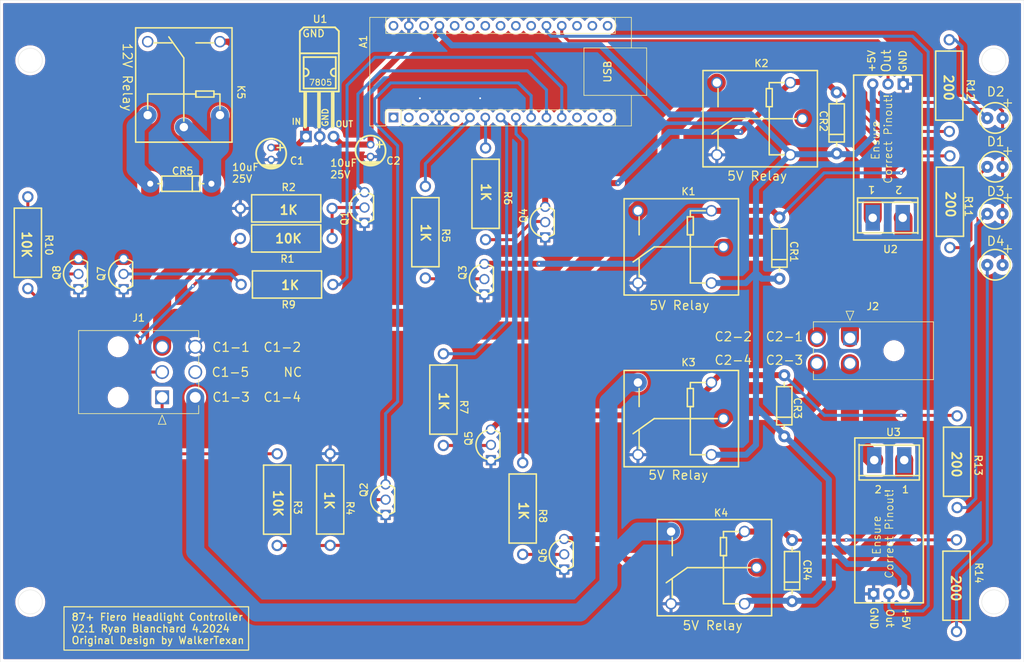
<source format=kicad_pcb>
(kicad_pcb (version 20240108) (generator "pcbnew") (generator_version "8.0")
  (title_block (title "Fiero Headlight Controller PCB") (date "2024-04-11") (rev "2.1") (comment 1 "https://www.hackster.io/walkertexan/fiero-headlight-controller-8eaa4c") (comment 2 "Based On The Original Schematic By WalkerTexan") (comment 3 "PCB Layout & Design by Ryan Blanchard"))
  (layers (0 "F.Cu" signal) (31 "B.Cu" signal) (34 "B.Paste" user) (35 "F.Paste" user) (36 "B.SilkS" user "B.Silkscreen") (37 "F.SilkS" user "F.Silkscreen") (38 "B.Mask" user) (39 "F.Mask" user) (44 "Edge.Cuts" user))
  (net 0 "")
  (net 3 "/DG3")
  (net 4 "/A1")
  (net 5 "/DG9")
  (net 7 "/DG4")
  (net 10 "/DG7")
  (net 15 "/DG8")
  (net 18 "/A0")
  (net 19 "/DG5")
  (net 21 "GND")
  (net 27 "/DG6")
  (net 29 "/+5V")
  (net 30 "/VI")
  (net 31 "Net-(Q3-C)")
  (net 32 "Net-(Q4-C)")
  (net 33 "Net-(Q5-C)")
  (net 34 "Net-(Q6-C)")
  (net 35 "/12V-1")
  (net 36 "Net-(Q7-C)")
  (net 37 "Net-(D1-A)")
  (net 38 "Net-(D2-A)")
  (net 39 "Net-(D3-A)")
  (net 40 "Net-(D4-A)")
  (net 41 "/Close Lamps")
  (net 42 "/Open Lamps")
  (net 43 "/12V-2")
  (net 44 "/C2-2")
  (net 45 "/C2-3")
  (net 46 "/C2-4")
  (net 47 "/C2-1")
  (net 48 "/U2 IN+")
  (net 49 "/U3 IN+")
  (net 51 "Net-(Q1-B)")
  (net 52 "Net-(Q2-B)")
  (net 53 "Net-(Q3-B)")
  (net 54 "Net-(Q4-B)")
  (net 55 "Net-(Q5-B)")
  (net 56 "Net-(Q6-B)")
  (net 57 "Net-(Q7-B)")
  (net 58 "Net-(Q8-B)")
  (footprint "Fiero:DIODE-1N4001" (layer "F.Cu") (at 154.4 91.2 -90)
    (property "Reference" "CR1")
    (property "Value" "1N4001" (hide yes))
  )
  (footprint "Fiero:4 Pin ATX" (layer "F.Cu") (at 172.102501 104.154002)
    (property "Reference" "J2")
    (property "Value" "Molex 4 Pin ATX")
  )
  (footprint "Fiero:Resistors" (layer "F.Cu") (at 98.6 116.38 -90)
    (property "Reference" "R7")
    (property "Value" "1K" (hide yes))
  )
  (footprint "Fiero:LED-5MM-5MM" (layer "F.Cu") (at 188.9051 91.46 180)
    (property "Reference" "D4")
    (property "Value" "LED" (hide yes))
  )
  (footprint "Fiero:DIODE-1N4001" (layer "F.Cu") (at 155.2 117.4 -90)
    (property "Reference" "CR3")
    (property "Value" "1N4001" (hide yes))
  )
  (footprint "Fiero:2N2222A" (layer "F.Cu") (at 85.5 84.46 90)
    (property "Reference" "Q1")
    (property "Value" "PN2222A" (hide yes))
  )
  (footprint "Fiero:JQC-3FF-S-Z" (layer "F.Cu") (at 151.0998 69.7)
    (property "Reference" "K2")
    (property "Value" "SRD-05VDC-SL-C" (hide yes))
  )
  (footprint "Fiero:Resistors" (layer "F.Cu") (at 79.8 132.98 90)
    (property "Reference" "R4")
    (property "Value" "1K" (hide yes))
  )
  (footprint "Fiero:Resistors" (layer "F.Cu") (at 95.60989 88.56 -90)
    (property "Reference" "R5")
    (property "Value" "1K" (hide yes))
  )
  (footprint "Fiero:L7805" (layer "F.Cu") (at 78.0635 72.6741)
    (property "Reference" "U1")
    (property "Value" "LM7805_TO220" (hide yes))
  )
  (footprint "Fiero:ACS712_A" (layer "F.Cu") (at 172.7 137.1 -90)
    (property "Reference" "U3")
    (property "Value" "CURRENT-SENSOR-ACS712#RH Door" (hide yes))
  )
  (footprint "Fiero:Resistors" (layer "F.Cu") (at 71 133 -90)
    (property "Reference" "R3")
    (property "Value" "10K" (hide yes))
  )
  (footprint "Fiero:Resistors" (layer "F.Cu") (at 183.9 126.7 90)
    (property "Reference" "R13")
    (property "Value" "200" (hide yes))
  )
  (footprint "Fiero:LED-5MM-5MM" (layer "F.Cu") (at 188.9051 82.96 180)
    (property "Reference" "D3")
    (property "Value" "LED" (hide yes))
  )
  (footprint "Fiero:6 Pin PCIe" (layer "F.Cu") (at 51.897499 116 -90)
    (property "Reference" "J1")
    (property "Value" "Molex 6 Pin PCIe" (hide yes))
  )
  (footprint "Fiero:LED-5MM-5MM" (layer "F.Cu") (at 188.9051 75.16 180)
    (property "Reference" "D1")
    (property "Value" "LED" (hide yes))
  )
  (footprint "Fiero:Resistors" (layer "F.Cu") (at 72.63 97.25)
    (property "Reference" "R9")
    (property "Value" "1K" (hide yes))
  )
  (footprint "Module:Arduino_Nano" (layer "F.Cu") (at 90.31 69.5 90)
    (property "Reference" "A1")
    (property "Value" "Arduino_Nano_v3.x")
  )
  (footprint "Fiero:CAP-TH_BD5.0-P2.00-D0.8-FD" (layer "F.Cu") (at 70 75.5 -90)
    (property "Reference" "C1")
    (property "Value" "10uF" (hide yes))
  )
  (footprint "Fiero:2N2222A" (layer "F.Cu") (at 105.4 96.36 90)
    (property "Reference" "Q3")
    (property "Value" "PN2222A" (hide yes))
  )
  (footprint "Fiero:CAP-TH_BD5.0-P2.00-D0.8-FD" (layer "F.Cu") (at 86.5 75 -90)
    (property "Reference" "C2")
    (property "Value" "10uF" (hide yes))
  )
  (footprint "Fiero:2N2222A" (layer "F.Cu") (at 115.5 86.88 90)
    (property "Reference" "Q4")
    (property "Value" "PN2222A" (hide yes))
  )
  (footprint "Fiero:Resistors" (layer "F.Cu") (at 182.7 83.5 90)
    (property "Reference" "R11")
    (property "Value" "200" (hide yes))
  )
  (footprint "Fiero:Resistors" (layer "F.Cu") (at 111.764945 134.48 -90)
    (property "Reference" "R8")
    (property "Value" "1K" (hide yes))
  )
  (footprint "Fiero:JQC-3FF-S-Z" (layer "F.Cu") (at 138 91)
    (property "Reference" "K1")
    (property "Value" "SRD-05VDC-SL-C" (hide yes))
  )
  (footprint "Fiero:2N2222A" (layer "F.Cu") (at 45.5 95.5 90)
    (property "Reference" "Q7")
    (property "Value" "PN2222A" (hide yes))
  )
  (footprint "Fiero:JQC-3FF-S-Z" (layer "F.Cu") (at 138 119.535)
    (property "Reference" "K3")
    (property "Value" "SRD-05VDC-SL-C" (hide yes))
  )
  (footprint "Fiero:2N2222A" (layer "F.Cu") (at 118.655055 142.08 90)
    (property "Reference" "Q6")
    (property "Value" "PN2222A" (hide yes))
  )
  (footprint "Fiero:2N2222A" (layer "F.Cu") (at 89 133 90)
    (property "Reference" "Q2")
    (property "Value" "PN2222A" (hide yes))
  )
  (footprint "Fiero:ACS712_A" (layer "F.Cu") (at 172.3 75.5 90)
    (property "Reference" "U2")
    (property "Value" "CURRENT-SENSOR-ACS712#LH Door" (hide yes))
  )
  (footprint "Fiero:Resistors" (layer "F.Cu") (at 105.6 82.18 -90)
    (property "Reference" "R6")
    (property "Value" "1K" (hide yes))
  )
  (footprint "Fiero:DIODE-1N4001" (layer "F.Cu") (at 156.5 144.8 -90)
    (property "Reference" "CR4")
    (property "Value" "1N4001" (hide yes))
  )
  (footprint "Fiero:2N2222A" (layer "F.Cu") (at 38 95.5 90)
    (property "Reference" "Q8")
    (property "Value" "PN2222A" (hide yes))
  )
  (footprint "Fiero:Resistors" (layer "F.Cu") (at 183.8 147.3 90)
    (property "Reference" "R14")
    (property "Value" "200" (hide yes))
  )
  (footprint "Fiero:JQC-3FF-S-Z" (layer "F.Cu") (at 55.5 64 -90)
    (property "Reference" "K5")
    (property "Value" "SRD-05VDC-SL-C" (hide yes))
  )
  (footprint "Fiero:Resistors" (layer "F.Cu") (at 72.5 89.6)
    (property "Reference" "R1")
    (property "Value" "10K" (hide yes))
  )
  (footprint "Fiero:2N2222A" (layer "F.Cu") (at 106.49011 123.9 90)
    (property "Reference" "Q5")
    (property "Value" "PN2222A" (hide yes))
  )
  (footprint "Fiero:DIODE-1N4001" (layer "F.Cu") (at 55 80.5)
    (property "Reference" "CR5")
    (property "Value" "1N4001" (hide yes))
  )
  (footprint "Fiero:Resistors" (layer "F.Cu") (at 72.5 84.6 180)
    (property "Reference" "R2")
    (property "Value" "1K" (hide yes))
  )
  (footprint "Fiero:JQC-3FF-S-Z" (layer "F.Cu") (at 143.5 144.300001)
    (property "Reference" "K4")
    (property "Value" "SRD-05VDC-SL-C" (hide yes))
  )
  (footprint "Fiero:Resistors" (layer "F.Cu") (at 182.6 64.2 -90)
    (property "Reference" "R12")
    (property "Value" "200" (hide yes))
  )
  (footprint "Fiero:Resistors" (layer "F.Cu") (at 29.6 90.3 -90)
    (property "Reference" "R10")
    (property "Value" "10K" (hide yes))
  )
  (footprint "Fiero:LED-5MM-5MM" (layer "F.Cu") (at 188.9051 67.06 180)
    (property "Reference" "D2")
    (property "Value" "LED" (hide yes))
  )
  (footprint "Fiero:DIODE-1N4001" (layer "F.Cu") (at 163.9 70.4 -90)
    (property "Reference" "CR2")
    (property "Value" "1N4001" (hide yes))
  )
  (gr_poly (pts (xy 68.349 77.294) (xy 71.651 77.294) (xy 70.7 77.9) (xy 69.2 77.9)) (stroke (width 0.1)) (fill solid) (layer "F.SilkS"))
  (gr_poly (pts (xy 84.849 76.794) (xy 88.151 76.794) (xy 86.988249 77.454594) (xy 85.744642 77.374261)) (stroke (width 0.1)) (fill solid) (layer "F.SilkS"))
  (gr_rect (start 35.6 150.8) (end 66.25 158) (stroke (width 0.2)) (fill none) (layer "F.SilkS"))
  (gr_circle (center 190 150) (end 190 152) (stroke (width 0.05)) (fill none) (layer "Edge.Cuts"))
  (gr_circle (center 30 60) (end 30 62) (stroke (width 0.05)) (fill none) (layer "Edge.Cuts"))
  (gr_circle (center 190 60) (end 190 62) (stroke (width 0.05)) (fill none) (layer "Edge.Cuts"))
  (gr_circle (center 30 150) (end 30 152) (stroke (width 0.05)) (fill none) (layer "Edge.Cuts"))
  (gr_line (start 195 50) (end 195 160) (stroke (width 0.05)) (layer "Edge.Cuts"))
  (gr_line (start 195 160) (end 25 160) (stroke (width 0.05)) (layer "Edge.Cuts"))
  (gr_line (start 25 160) (end 25 50) (stroke (width 0.05)) (layer "Edge.Cuts"))
  (gr_line (start 25 50) (end 195 50) (stroke (width 0.05)) (layer "Edge.Cuts"))
  (gr_text "5V Relay" (at 145.6 80.1 0) (layer "F.SilkS") (effects (font (size 1.5 1.5) (thickness 0.2)) (justify left bottom)))
  (gr_text "    Ensure \nCorrect Pinout!\n" (at 173.2 80.6 90) (layer "F.SilkS") (effects (font (size 1.3 1.3)) (justify left bottom)))
  (gr_text "1K" (at 104.75 80.25 -90) (layer "F.SilkS") (effects (font (size 1.5 1.5) (thickness 0.3) (bold yes)) (justify left bottom)))
  (gr_text "    Ensure \nCorrect Pinout!\n" (at 173.4 146.2 90) (layer "F.SilkS") (effects (font (size 1.3 1.3)) (justify left bottom)))
  (gr_text "C1-5     NC" (at 60 112.7 0) (layer "F.SilkS") (effects (font (size 1.5 1.5) (thickness 0.2) (bold yes)) (justify left bottom)))
  (gr_text "+5V" (at 170.4 62.099999 90) (layer "F.SilkS") (effects (font (size 1.2 1.2) (thickness 0.2)) (justify left bottom)))
  (gr_text "1K" (at 71.5 98.25 0) (layer "F.SilkS") (effects (font (size 1.5 1.5) (thickness 0.3) (bold yes)) (justify left bottom)))
  (gr_text "10uF\n25V" (at 63.4 80.4 0) (layer "F.SilkS") (effects (font (size 1.2 1.2) (thickness 0.2) (bold yes)) (justify left bottom)))
  (gr_text "10K" (at 28.5 88.25 -90) (layer "F.SilkS") (effects (font (size 1.5 1.5) (thickness 0.3) (bold yes)) (justify left bottom)))
  (gr_text "C2-4  C2-3" (at 143.5 110.7 0) (layer "F.SilkS") (effects (font (size 1.5 1.5) (thickness 0.2) (bold yes)) (justify left bottom)))
  (gr_text "1K" (at 94.75 87 -90) (layer "F.SilkS") (effects (font (size 1.5 1.5) (thickness 0.3) (bold yes)) (justify left bottom)))
  (gr_text "1K" (at 111 133.2 -90) (layer "F.SilkS") (effects (font (size 1.5 1.5) (thickness 0.3) (bold yes)) (justify left bottom)))
  (gr_text "C2-2  C2-1" (at 143.5 106.8 0) (layer "F.SilkS") (effects (font (size 1.5 1.5) (thickness 0.2)) (justify left bottom)))
  (gr_text "200" (at 181.6 62.2 -90) (layer "F.SilkS") (effects (font (size 1.5 1.5) (thickness 0.3) (bold yes)) (justify left bottom)))
  (gr_text "1K" (at 78.75 131.5 -90) (layer "F.SilkS") (effects (font (size 1.5 1.5) (thickness 0.3) (bold yes)) (justify left bottom)))
  (gr_text "Out" (at 172.05 151.052382 270) (layer "F.SilkS") (effects (font (size 1.2 1.2) (thickness 0.2) (bold yes)) (justify left bottom)))
  (gr_text "GND" (at 169.4 150.738096 270) (layer "F.SilkS") (effects (font (size 1.2 1.2) (thickness 0.2) (bold yes)) (justify left bottom)))
  (gr_text "87+ Fiero Headlight Controller\nV2.1 Ryan Blanchard 4.2024\nOriginal Design by WalkerTexan" (at 36.75 157.078933 0) (layer "F.SilkS") (effects (font (size 1.2 1.2) (thickness 0.2) (bold yes)) (justify left bottom)))
  (gr_text "5V Relay" (at 132.7 101.6 0) (layer "F.SilkS") (effects (font (size 1.5 1.5) (thickness 0.2)) (justify left bottom)))
  (gr_text "200" (at 182.8 145.4 -90) (layer "F.SilkS") (effects (font (size 1.5 1.5) (thickness 0.3) (bold yes)) (justify left bottom)))
  (gr_text "C1-3  C1-4" (at 60.114286 116.85 0) (layer "F.SilkS") (effects (font (size 1.5 1.5) (thickness 0.2)) (justify left bottom)))
  (gr_text "10K" (at 70.5 90.5 0) (layer "F.SilkS") (effects (font (size 1.5 1.5) (thickness 0.3) (bold yes)) (justify left bottom)))
  (gr_text "10uF\n25V" (at 79.7 79.7 0) (layer "F.SilkS") (effects (font (size 1.2 1.2) (thickness 0.2) (bold yes)) (justify left bottom)))
  (gr_text "5V Relay" (at 132.5 129.8 0) (layer "F.SilkS") (effects (font (size 1.5 1.5) (thickness 0.2)) (justify left bottom)))
  (gr_text "+5V" (at 174.7 150.738096 270) (layer "F.SilkS") (effects (font (size 1.2 1.2) (thickness 0.2) (bold yes)) (justify left bottom)))
  (gr_text "5V Relay" (at 138.2 154.8 0) (layer "F.SilkS") (effects (font (size 1.5 1.5) (thickness 0.2)) (justify left bottom)))
  (gr_text "Out" (at 173 62.134286 90) (layer "F.SilkS") (effects (font (size 1.5 1.5) (thickness 0.2)) (justify left bottom)))
  (gr_text "1K" (at 97.75 115 -90) (layer "F.SilkS") (effects (font (size 1.5 1.5) (thickness 0.3) (bold yes)) (justify left bottom)))
  (gr_text "1K" (at 71.25 85.75 0) (layer "F.SilkS") (effects (font (size 1.5 1.5) (thickness 0.3) (bold yes)) (justify left bottom)))
  (gr_text "200" (at 182.9 124.8 -90) (layer "F.SilkS") (effects (font (size 1.5 1.5) (thickness 0.3) (bold yes)) (justify left bottom)))
  (gr_text "10K" (at 70.25 131.25 -90) (layer "F.SilkS") (effects (font (size 1.5 1.5) (thickness 0.3) (bold yes)) (justify left bottom)))
  (gr_text "C1-1  C1-2" (at 60.114286 108.55 0) (layer "F.SilkS") (effects (font (size 1.5 1.5) (thickness 0.2) (bold yes)) (justify left bottom)))
  (gr_text "GND" (at 175.6 62.1 90) (layer "F.SilkS") (effects (font (size 1.2 1.2) (thickness 0.2) (bold yes)) (justify left bottom)))
  (gr_text "12V Relay" (at 45.25 57 270) (layer "F.SilkS") (effects (font (size 1.5 1.5) (thickness 0.2)) (justify left bottom)))
  (gr_text "200" (at 181.9 81.6 -90) (layer "F.SilkS") (effects (font (size 1.5 1.5) (thickness 0.3) (bold yes)) (justify left bottom)))
  (segment (start 95.60989 80.94) (end 95.60989 77.17011) (width 0.5) (layer "B.Cu") (net 3))
  (segment (start 95.60989 77.17011) (end 103.01 69.77) (width 0.5) (layer "B.Cu") (net 3))
  (segment (start 103.01 69.77) (end 103.01 69.5) (width 0.5) (layer "B.Cu") (net 3))
  (segment (start 176.5 56) (end 116.5 56) (width 0.5) (layer "B.Cu") (net 4))
  (segment (start 179.1 58.6) (end 176.5 56) (width 0.5) (layer "B.Cu") (net 4))
  (segment (start 116.5 56) (end 115.71 55.21) (width 0.5) (layer "B.Cu") (net 4))
  (segment (start 179.1 150.6) (end 179.1 58.6) (width 0.5) (layer "B.Cu") (net 4))
  (segment (start 172.573 150.973) (end 173.1 151.5) (width 0.5) (layer "B.Cu") (net 4))
  (segment (start 172.573 148.657) (end 172.573 150.973) (width 0.5) (layer "B.Cu") (net 4))
  (segment (start 173.1 151.5) (end 178.2 151.5) (width 0.5) (layer "B.Cu") (net 4))
  (segment (start 178.2 151.5) (end 179.1 150.6) (width 0.5) (layer "B.Cu") (net 4))
  (segment (start 115.71 55.21) (end 115.71 54.26) (width 0.5) (layer "B.Cu") (net 4))
  (segment (start 118.25 64.5) (end 118.25 69.5) (width 0.5) (layer "B.Cu") (net 5))
  (segment (start 82.6 64.15) (end 87.25 59.5) (width 0.5) (layer "B.Cu") (net 5))
  (segment (start 80.25 97.25) (end 81.37 97.25) (width 0.5) (layer "B.Cu") (net 5))
  (segment (start 87.25 59.5) (end 113.25 59.5) (width 0.5) (layer "B.Cu") (net 5))
  (segment (start 113.25 59.5) (end 118.25 64.5) (width 0.5) (layer "B.Cu") (net 5))
  (segment (start 81.37 97.25) (end 82.6 96.02) (width 0.5) (layer "B.Cu") (net 5))
  (segment (start 82.6 96.02) (end 82.6 64.15) (width 0.5) (layer "B.Cu") (net 5))
  (segment (start 105.6 74.56) (end 105.6 69.55) (width 0.5) (layer "B.Cu") (net 7))
  (segment (start 105.6 69.55) (end 105.55 69.5) (width 0.5) (layer "B.Cu") (net 7))
  (segment (start 89 118.7) (end 91 116.7) (width 0.5) (layer "B.Cu") (net 10))
  (segment (start 113.17 65.87) (end 113.17 69.5) (width 0.5) (layer "B.Cu") (net 10))
  (segment (start 87.2 70.4) (end 87.2 66.4) (width 0.5) (layer "B.Cu") (net 10))
  (segment (start 111.05 63.75) (end 113.17 65.87) (width 0.5) (layer "B.Cu") (net 10))
  (segment (start 91 74.2) (end 87.2 70.4) (width 0.5) (layer "B.Cu") (net 10))
  (segment (start 89 130.46) (end 89 118.7) (width 0.5) (layer "B.Cu") (net 10))
  (segment (start 87.2 66.4) (end 89.85 63.75) (width 0.5) (layer "B.Cu") (net 10))
  (segment (start 91 116.7) (end 91 74.2) (width 0.5) (layer "B.Cu") (net 10))
  (segment (start 89.85 63.75) (end 111.05 63.75) (width 0.5) (layer "B.Cu") (net 10))
  (segment (start 112.55 61.75) (end 115.71 64.91) (width 0.5) (layer "B.Cu") (net 15))
  (segment (start 88.25 61.75) (end 112.55 61.75) (width 0.5) (layer "B.Cu") (net 15))
  (segment (start 84.4 80.82) (end 84.4 65.6) (width 0.5) (layer "B.Cu") (net 15))
  (segment (start 115.71 64.91) (end 115.71 69.5) (width 0.5) (layer "B.Cu") (net 15))
  (segment (start 85.5 81.92) (end 84.4 80.82) (width 0.5) (layer "B.Cu") (net 15))
  (segment (start 84.4 65.6) (end 88.25 61.75) (width 0.5) (layer "B.Cu") (net 15))
  (segment (start 118.25 55.625) (end 118.25 54.26) (width 0.5) (layer "F.Cu") (net 18))
  (segment (start 172.427 58.427) (end 170.75 56.75) (width 0.5) (layer "F.Cu") (net 18))
  (segment (start 170.75 56.75) (end 119.375 56.75) (width 0.5) (layer "F.Cu") (net 18))
  (segment (start 119.375 56.75) (end 118.25 55.625) (width 0.5) (layer "F.Cu") (net 18))
  (segment (start 172.427 63.943) (end 172.427 58.427) (width 0.5) (layer "F.Cu") (net 18))
  (segment (start 109.1 103.4) (end 109.1 70.51) (width 0.5) (layer "B.Cu") (net 19))
  (segment (start 109.1 70.51) (end 108.09 69.5) (width 0.5) (layer "B.Cu") (net 19))
  (segment (start 98.6 108.76) (end 103.74 108.76) (width 0.5) (layer "B.Cu") (net 19))
  (segment (start 103.74 108.76) (end 109.1 103.4) (width 0.5) (layer "B.Cu") (net 19))
  (segment (start 105.285055 99.6) (end 105.305055 99.62) (width 0.5) (layer "F.Cu") (net 21))
  (segment (start 105.305055 99.62) (end 105.485055 99.8) (width 0.2) (layer "F.Cu") (net 21))
  (via (at 104.7 66.3) (size 0.6) (drill 0.3) (layers "F.Cu" "B.Cu") (net 21))
  (via (at 94.7 66.3) (size 0.6) (drill 0.3) (layers "F.Cu" "B.Cu") (net 21))
  (segment (start 110.66 72.24) (end 110.66 69.53) (width 0.5) (layer "B.Cu") (net 27))
  (segment (start 110.66 69.53) (end 110.63 69.5) (width 0.5) (layer "B.Cu") (net 27))
  (segment (start 111.8 126.824945) (end 111.8 73.38) (width 0.5) (layer "B.Cu") (net 27))
  (segment (start 111.764945 126.86) (end 111.8 126.824945) (width 0.5) (layer "B.Cu") (net 27))
  (segment (start 111.8 73.38) (end 110.66 72.24) (width 0.5) (layer "B.Cu") (net 27))
  (segment (start 86.5 74) (end 86.5 64) (width 1) (layer "F.Cu") (net 29))
  (segment (start 191.4451 85.5) (end 191.4451 94) (width 0.5) (layer "F.Cu") (net 29))
  (segment (start 86.5 64) (end 87.5 63) (width 1) (layer "F.Cu") (net 29))
  (segment (start 191.4451 93.9) (end 191.5451 94) (width 0.5) (layer "F.Cu") (net 29))
  (segment (start 191.4451 68.4451) (end 191.4451 69.6) (width 0.5) (layer "F.Cu") (net 29))
  (segment (start 191.4451 69.6) (end 191.4451 77.7) (width 0.5) (layer "F.Cu") (net 29))
  (segment (start 86.5 74) (end 81.6754 74) (width 1) (layer "F.Cu") (net 29))
  (segment (start 93.96 56.5) (end 96.75 56.5) (width 1) (layer "F.Cu") (net 29))
  (segment (start 191.5 85.5) (end 191.4451 85.5) (width 0.5) (layer "F.Cu") (net 29))
  (segment (start 81.6754 74) (end 80.3495 72.6741) (width 1) (layer "F.Cu") (net 29))
  (segment (start 87.5 63) (end 87.5 62.96) (width 1) (layer "F.Cu") (net 29))
  (segment (start 96.75 56.5) (end 97.93 55.32) (width 1) (layer "F.Cu") (net 29))
  (segment (start 170.75 67) (end 190 67) (width 0.5) (layer "F.Cu") (net 29))
  (segment (start 97.93 55.32) (end 97.93 54.26) (width 1) (layer "F.Cu") (net 29))
  (segment (start 169.887 63.943) (end 169.887 66.137) (width 0.5) (layer "F.Cu") (net 29))
  (segment (start 169.887 66.137) (end 170.75 67) (width 0.5) (layer "F.Cu") (net 29))
  (segment (start 191.4451 77.7) (end 191.4451 85.5) (width 0.5) (layer "F.Cu") (net 29))
  (segment (start 87.5 62.96) (end 93.96 56.5) (width 1) (layer "F.Cu") (net 29))
  (segment (start 190 67) (end 191.4451 68.4451) (width 0.5) (layer "F.Cu") (net 29))
  (segment (start 151.48 96.28) (end 150.5 95.3) (width 1) (layer "B.Cu") (net 29))
  (segment (start 162.6 147.3) (end 160.1 149.8) (width 1) (layer "B.Cu") (net 29))
  (segment (start 162.6 140.6) (end 165.7 143.7) (width 1) (layer "B.Cu") (net 29))
  (segment (start 150.5 115.6) (end 150.5 123.9) (width 1) (layer "B.Cu") (net 29))
  (segment (start 97.96 54.29) (end 97.96 55.46) (width 1) (layer "B.Cu") (net 29))
  (segment (start 149.100101 149.8) (end 148.6001 150.300001) (width 1) (layer "B.Cu") (net 29))
  (segment (start 154.4 96.28) (end 151.48 96.28) (width 1) (layer "B.Cu") (net 29))
  (segment (start 169.887 63.943) (end 169.887 70.4) (width 1) (layer "B.Cu") (net 29))
  (segment (start 97.93 54.26) (end 97.96 54.29) (width 1) (layer "B.Cu") (net 29))
  (segment (start 100 57.5) (end 124.7 57.5) (width 1) (layer "B.Cu") (net 29))
  (segment (start 156.3 75.6) (end 156.2 75.6) (width 1) (layer "B.Cu") (net 29))
  (segment (start 169.887 70.4) (end 169.887 72.713) (width 1) (layer "B.Cu") (net 29))
  (segment (start 160.1 149.8) (end 149.100101 149.8) (width 1) (layer "B.Cu") (net 29))
  (segment (start 165.7 143.7) (end 173 143.7) (width 1) (layer "B.Cu") (net 29))
  (segment (start 148.6001 150.300001) (end 148.600798 150.3) (width 1) (layer "B.Cu") (net 29))
  (segment (start 162.6 129.7) (end 162.6 140.6) (width 1) (layer "B.Cu") (net 29))
  (segment (start 148.8 97) (end 143.1001 97) (width 1) (layer "B.Cu") (net 29))
  (segment (start 97.96 55.46) (end 100 57.5) (width 1) (layer "B.Cu") (net 29))
  (segment (start 150.5 81.3) (end 150.5 117.6) (width 1) (layer "B.Cu") (net 29))
  (segment (start 169.887 72.713) (end 167 75.6) (width 1) (layer "B.Cu") (net 29))
  (segment (start 150.5 95.3) (end 148.8 97) (width 1) (layer "B.Cu") (net 29))
  (segment (start 149.7 69) (end 156.3 75.6) (width 1) (layer "B.Cu") (net 29))
  (segment (start 162.6 140.6) (end 162.6 147.3) (width 1) (layer "B.Cu") (net 29))
  (segment (start 173 143.7) (end 175.113 145.813) (width 1) (layer "B.Cu") (net 29))
  (segment (start 150.5 117.6) (end 162.6 129.7) (width 1) (layer "B.Cu") (net 29))
  (segment (start 124.7 57.5) (end 136.2 69) (width 1) (layer "B.Cu") (net 29))
  (segment (start 136.2 69) (end 149.7 69) (width 1) (layer "B.Cu") (net 29))
  (segment (start 167 75.6) (end 156.3 75.6) (width 1) (layer "B.Cu") (net 29))
  (segment (start 150.5 123.9) (end 148.865001 125.534999) (width 1) (layer "B.Cu") (net 29))
  (segment (start 156.2 75.6) (end 150.5 81.3) (width 1) (layer "B.Cu") (net 29))
  (segment (start 175.113 145.813) (end 175.113 148.657) (width 1) (layer "B.Cu") (net 29))
  (segment (start 148.865001 125.534999) (end 142.858249 125.534999) (width 1) (layer "B.Cu") (net 29))
  (segment (start 75.7775 69.7775) (end 75.7775 72.6741) (width 1) (layer "F.Cu") (net 30))
  (segment (start 70 74.5) (end 73.9516 74.5) (width 1) (layer "F.Cu") (net 30))
  (segment (start 61.5 56.9002) (end 62.9002 56.9002) (width 1) (layer "F.Cu") (net 30))
  (segment (start 62.9002 56.9002) (end 75.7775 69.7775) (width 1) (layer "F.Cu") (net 30))
  (segment (start 73.9516 74.5) (end 75.7775 72.6741) (width 1) (layer "F.Cu") (net 30))
  (segment (start 105.42 93.8) (end 105.4 93.82) (width 1) (layer "F.Cu") (net 31))
  (segment (start 154.4 86.12) (end 153.28 85) (width 1) (layer "F.Cu") (net 31))
  (segment (start 114.5 93.8) (end 105.42 93.8) (width 1) (layer "F.Cu") (net 31))
  (segment (start 153.28 85) (end 143.1001 85) (width 1) (layer "F.Cu") (net 31))
  (segment (start 182.7 75.88) (end 177.42 75.88) (width 0.5) (layer "F.Cu") (net 31))
  (segment (start 177.42 75.88) (end 174.6 78.7) (width 0.5) (layer "F.Cu") (net 31))
  (via (at 174.6 78.7) (size 0.6) (drill 0.3) (layers "F.Cu" "B.Cu") (net 31))
  (via (at 114.5 93.8) (size 0.6) (drill 0.3) (layers "F.Cu" "B.Cu") (net 31))
  (segment (start 139.5 85) (end 132.4 92.1) (width 1) (layer "B.Cu") (net 31))
  (segment (start 143.1001 85) (end 139.5 85) (width 1) (layer "B.Cu") (net 31))
  (segment (start 132.4 92.1) (end 130.7 93.8) (width 1) (layer "B.Cu") (net 31))
  (segment (start 174.6 78.7) (end 161.82 78.7) (width 0.5) (layer "B.Cu") (net 31))
  (segment (start 161.82 78.7) (end 154.4 86.12) (width 0.5) (layer "B.Cu") (net 31))
  (segment (start 130.7 93.8) (end 114.5 93.8) (width 1) (layer "B.Cu") (net 31))
  (segment (start 148.000002 71.9) (end 147.9 71.9) (width 1) (layer "F.Cu") (net 32))
  (segment (start 117.24 80.4) (end 115.5 82.14) (width 1) (layer "F.Cu") (net 32))
  (segment (start 171.12 71.82) (end 182.6 71.82) (width 0.5) (layer "F.Cu") (net 32))
  (segment (start 115.5 82.14) (end 115.5 84.34) (width 1) (layer "F.Cu") (net 32))
  (segment (start 163.9 65.32) (end 162.180002 63.600002) (width 1) (layer "F.Cu") (net 32))
  (segment (start 127.6 80.4) (end 117.24 80.4) (width 1) (layer "F.Cu") (net 32))
  (segment (start 164.62 65.32) (end 171.12 71.82) (width 0.5) (layer "F.Cu") (net 32))
  (segment (start 162.180002 63.600002) (end 156.3 63.600002) (width 1) (layer "F.Cu") (net 32))
  (segment (start 156.3 63.600002) (end 148.000002 71.9) (width 1) (layer "F.Cu") (net 32))
  (segment (start 163.9 65.32) (end 164.62 65.32) (width 0.5) (layer "F.Cu") (net 32))
  (via (at 127.6 80.4) (size 0.6) (drill 0.3) (layers "F.Cu" "B.Cu") (net 32))
  (via (at 147.9 71.9) (size 0.6) (drill 0.3) (layers "F.Cu" "B.Cu") (net 32))
  (segment (start 136.1 71.9) (end 127.6 80.4) (width 1) (layer "B.Cu") (net 32))
  (segment (start 156.32 63.580002) (end 156.3 63.600002) (width 0.2) (layer "B.Cu") (net 32))
  (segment (start 147.9 71.9) (end 136.1 71.9) (width 1) (layer "B.Cu") (net 32))
  (segment (start 138.1 119) (end 142.858249 114.241751) (width 1) (layer "F.Cu") (net 33))
  (segment (start 183.9 119.08) (end 183.82 119) (width 0.5) (layer "F.Cu") (net 33))
  (segment (start 106.49011 121.36) (end 108.85011 119) (width 1) (layer "F.Cu") (net 33))
  (segment (start 108.85011 119) (end 138.1 119) (width 1) (layer "F.Cu") (net 33))
  (segment (start 143.164999 113.535001) (end 144.38 112.32) (width 1) (layer "F.Cu") (net 33))
  (segment (start 183.82 119) (end 174.6 119) (width 0.5) (layer "F.Cu") (net 33))
  (segment (start 142.858249 113.535001) (end 143.164999 113.535001) (width 1) (layer "F.Cu") (net 33))
  (segment (start 142.858249 114.241751) (end 142.858249 113.535001) (width 1) (layer "F.Cu") (net 33))
  (segment (start 144.38 112.32) (end 155.2 112.32) (width 1) (layer "F.Cu") (net 33))
  (via (at 174.6 119) (size 0.6) (drill 0.3) (layers "F.Cu" "B.Cu") (net 33))
  (segment (start 161.88 119) (end 155.2 112.32) (width 0.5) (layer "B.Cu") (net 33))
  (segment (start 174.6 119) (end 161.88 119) (width 0.5) (layer "B.Cu") (net 33))
  (segment (start 165.5 139.7) (end 165.48 139.72) (width 0.2) (layer "F.Cu") (net 34))
  (segment (start 155.080002 138.300002) (end 156.5 139.72) (width 1) (layer "F.Cu") (net 34))
  (segment (start 143.9 143) (end 148.599998 138.300002) (width 1) (layer "F.Cu") (net 34))
  (segment (start 129 143) (end 143.9 143) (width 1) (layer "F.Cu") (net 34))
  (segment (start 125.56 139.56) (end 129 143) (width 1) (layer "F.Cu") (net 34))
  (segment (start 118.655055 139.54) (end 118.675055 139.56) (width 1) (layer "F.Cu") (net 34))
  (segment (start 118.675055 139.56) (end 125.56 139.56) (width 1) (layer "F.Cu") (net 34))
  (segment (start 148.599998 138.300002) (end 155.080002 138.300002) (width 1) (layer "F.Cu") (net 34))
  (segment (start 183.8 139.68) (end 177 139.68) (width 0.5) (layer "F.Cu") (net 34))
  (segment (start 165.48 139.72) (end 156.5 139.72) (width 0.5) (layer "F.Cu") (net 34))
  (via (at 177 139.68) (size 0.6) (drill 0.3) (layers "F.Cu" "B.Cu") (net 34))
  (via (at 165.5 139.7) (size 0.6) (drill 0.3) (layers "F.Cu" "B.Cu") (net 34))
  (segment (start 176.98 139.7) (end 165.5 139.7) (width 0.5) (layer "B.Cu") (net 34))
  (segment (start 177 139.68) (end 176.98 139.7) (width 0.5) (layer "B.Cu") (net 34))
  (segment (start 51.897499 105) (end 54.097499 102.8) (width 3) (layer "F.Cu") (net 35))
  (segment (start 119.9 96) (end 130.9 85) (width 3) (layer "F.Cu") (net 35))
  (segment (start 54.097499 102.8) (end 101.7 102.8) (width 3) (layer "F.Cu") (net 35))
  (segment (start 130.9 85) (end 130.9002 85) (width 3) (layer "F.Cu") (net 35))
  (segment (start 51.897499 97.102501) (end 55.5 93.5) (width 3) (layer "F.Cu") (net 35))
  (segment (start 136.3 71.4) (end 144 63.7) (width 3) (layer "F.Cu") (net 35))
  (segment (start 116.6 104.9) (end 119.9 101.6) (width 3) (layer "F.Cu") (net 35))
  (segment (start 55.5 93.5) (end 55.5 87.75) (width 3) (layer "F.Cu") (net 35))
  (segment (start 101.7 102.8) (end 103.8 104.9) (width 3) (layer "F.Cu") (net 35))
  (segment (start 130.9002 85) (end 136.3 79.6002) (width 3) (layer "F.Cu") (net 35))
  (segment (start 55.5 87.75) (end 60.08 83.17) (width 3) (layer "F.Cu") (net 35))
  (segment (start 60.08 83.17) (end 60.08 80.5) (width 3) (layer "F.Cu") (net 35))
  (segment (start 51.897499 107.600002) (end 51.897499 105) (width 3) (layer "F.Cu") (net 35))
  (segment (start 119.9 101.6) (end 119.9 96) (width 3) (layer "F.Cu") (net 35))
  (segment (start 51.897499 105) (end 51.897499 97.102501) (width 3) (layer "F.Cu") (net 35))
  (segment (start 103.8 104.9) (end 116.6 104.9) (width 3) (layer "F.Cu") (net 35))
  (segment (start 136.3 79.6002) (end 136.3 71.4) (width 3) (layer "F.Cu") (net 35))
  (segment (start 60.19995 80.38005) (end 60.08 80.5) (width 3) (layer "B.Cu") (net 35))
  (segment (start 61.5 74.5) (end 60.19995 75.80005) (width 3) (layer "B.Cu") (net 35))
  (segment (start 61.5 69.1001) (end 61.5 74.5) (width 3) (layer "B.Cu") (net 35))
  (segment (start 60.19995 75.80005) (end 60.19995 80.38005) (width 3) (layer "B.Cu") (net 35))
  (segment (start 60.19995 75.80005) (end 55.5 71.1001) (width 3) (layer "B.Cu") (net 35))
  (segment (start 49.92 80.5) (end 49.92 84.83) (width 3) (layer "F.Cu") (net 36))
  (segment (start 46.5 91.9) (end 45.9 92.5) (width 3) (layer "F.Cu") (net 36))
  (segment (start 46.5 88.25) (end 46.5 91.9) (width 3) (layer "F.Cu") (net 36))
  (segment (start 49.92 84.83) (end 46.5 88.25) (width 3) (layer "F.Cu") (net 36))
  (segment (start 45.9 92.5) (end 37.4 92.5) (width 3) (layer "F.Cu") (net 36))
  (segment (start 49.92 80.5) (end 49.92 80.42) (width 3) (layer "B.Cu") (net 36))
  (segment (start 47.6001 71) (end 49.5 69.1001) (width 3) (layer "B.Cu") (net 36))
  (segment (start 47.5 78) (end 47.5 71) (width 3) (layer "B.Cu") (net 36))
  (segment (start 49.92 80.42) (end 47.5 78) (width 3) (layer "B.Cu") (net 36))
  (segment (start 47.5 71) (end 47.6001 71) (width 3) (layer "B.Cu") (net 36))
  (segment (start 184.88 91.12) (end 182.7 91.12) (width 0.5) (layer "F.Cu") (net 37))
  (segment (start 188.9051 77.7) (end 186.2 80.4051) (width 0.5) (layer "F.Cu") (net 37))
  (segment (start 186.2 89.8) (end 184.88 91.12) (width 0.5) (layer "F.Cu") (net 37))
  (segment (start 186.2 80.4051) (end 186.2 89.8) (width 0.5) (layer "F.Cu") (net 37))
  (segment (start 184.7 57.7) (end 184.7 65.3949) (width 0.5) (layer "B.Cu") (net 38))
  (segment (start 184.7 65.3949) (end 188.9051 69.6) (width 0.5) (layer "B.Cu") (net 38))
  (segment (start 182.6 56.58) (end 183.58 56.58) (width 0.5) (layer "B.Cu") (net 38))
  (segment (start 183.58 56.58) (end 184.7 57.7) (width 0.5) (layer "B.Cu") (net 38))
  (segment (start 185.48 134.32) (end 183.9 134.32) (width 0.5) (layer "B.Cu") (net 39))
  (segment (start 188.9051 85.5) (end 187 87.4051) (width 0.5) (layer "B.Cu") (net 39))
  (segment (start 187 87.4051) (end 187 132.8) (width 0.5) (layer "B.Cu") (net 39))
  (segment (start 187 132.8) (end 185.48 134.32) (width 0.5) (layer "B.Cu") (net 39))
  (segment (start 188.9051 94) (end 188.9051 140.0949) (width 0.5) (layer "B.Cu") (net 40))
  (segment (start 183.8 145.2) (end 183.8 154.92) (width 0.5) (layer "B.Cu") (net 40))
  (segment (start 188.9051 140.0949) (end 183.8 145.2) (width 0.5) (layer "B.Cu") (net 40))
  (segment (start 51.897499 116) (end 51.897499 122.897499) (width 0.5) (layer "F.Cu") (net 41))
  (segment (start 51.897499 122.897499) (end 54.38 125.38) (width 0.5) (layer "F.Cu") (net 41))
  (segment (start 54.38 125.38) (end 71 125.38) (width 0.5) (layer "F.Cu") (net 41))
  (segment (start 51.897499 111.800001) (end 49.800001 111.800001) (width 0.5) (layer "F.Cu") (net 42))
  (segment (start 48.25 106.25) (end 44 102) (width 0.5) (layer "F.Cu") (net 42))
  (segment (start 48.25 110.25) (end 48.25 106.25) (width 0.5) (layer "F.Cu") (net 42))
  (segment (start 49.800001 111.800001) (end 48.25 110.25) (width 0.5) (layer "F.Cu") (net 42))
  (segment (start 44 102) (end 33.68 102) (width 0.5) (layer "F.Cu") (net 42))
  (segment (start 33.68 102) (end 29.6 97.92) (width 0.5) (layer "F.Cu") (net 42))
  (segment (start 57 97.5) (end 64.88 89.62) (width 0.5) (layer "F.Cu") (net 42))
  (segment (start 64.88 89.62) (end 64.88 89.6) (width 0.5) (layer "F.Cu") (net 42))
  (via (at 57 97.5) (size 0.6) (drill 0.3) (layers "F.Cu" "B.Cu") (net 42))
  (via (at 48.25 106.25) (size 0.6) (drill 0.3) (layers "F.Cu" "B.Cu") (net 42))
  (segment (start 57 97.5) (end 48.25 106.25) (width 0.5) (layer "B.Cu") (net 42))
  (segment (start 126 143.25) (end 126 116.75) (width 3) (layer "B.Cu") (net 43))
  (segment (start 57.397498 116) (end 57.397498 141.597498) (width 3) (layer "B.Cu") (net 43))
  (segment (start 129.215 113.535) (end 130.9002 113.535) (width 3) (layer "B.Cu") (net 43))
  (segment (start 126 116.75) (end 129.215 113.535) (width 3) (layer "B.Cu") (net 43))
  (segment (start 57.397498 141.597498) (end 67.55 151.75) (width 3) (layer "B.Cu") (net 43))
  (segment (start 126 147) (end 126 143.25) (width 3) (layer "B.Cu") (net 43))
  (segment (start 121.25 151.75) (end 126 147) (width 3) (layer "B.Cu") (net 43))
  (segment (start 130.949999 138.300001) (end 136.4002 138.300001) (width 3) (layer "B.Cu") (net 43))
  (segment (start 67.55 151.75) (end 121.25 151.75) (width 3) (layer "B.Cu") (net 43))
  (segment (start 126 143.25) (end 130.949999 138.300001) (width 3) (layer "B.Cu") (net 43))
  (segment (start 160.602502 95.202502) (end 160.602502 106.154002) (width 3) (layer "F.Cu") (net 44))
  (segment (start 144.95825 91.135) (end 156.535 91.135) (width 3) (layer "F.Cu") (net 44))
  (segment (start 156.535 91.135) (end 160.602502 95.202502) (width 3) (layer "F.Cu") (net 44))
  (segment (start 166.1 110.356502) (end 166.102501 110.354001) (width 3) (layer "F.Cu") (net 45))
  (segment (start 166.1 122.3974) (end 166.1 110.356502) (width 3) (layer "F.Cu") (net 45))
  (segment (start 170.1346 126.432) (end 166.1 122.3974) (width 3) (layer "F.Cu") (net 45))
  (segment (start 144.85825 119.535) (end 146.79325 117.6) (width 3) (layer "F.Cu") (net 46))
  (segment (start 160.602502 115.897498) (end 160.602502 110.354001) (width 3) (layer "F.Cu") (net 46))
  (segment (start 158.9 117.6) (end 160.602502 115.897498) (width 3) (layer "F.Cu") (net 46))
  (segment (start 146.79325 117.6) (end 158.9 117.6) (width 3) (layer "F.Cu") (net 46))
  (segment (start 175 91.5) (end 166.102501 100.397499) (width 3) (layer "F.Cu") (net 47))
  (segment (start 174.8654 86.168) (end 175 86.3026) (width 3) (layer "F.Cu") (net 47))
  (segment (start 166.102501 100.397499) (end 166.102501 106.154002) (width 3) (layer "F.Cu") (net 47))
  (segment (start 175 86.3026) (end 175 91.5) (width 3) (layer "F.Cu") (net 47))
  (segment (start 163.7 69.6) (end 169.887 75.787) (width 3) (layer "F.Cu") (net 48))
  (segment (start 169.887 75.787) (end 169.887 86.168) (width 3) (layer "F.Cu") (net 48))
  (segment (start 158.3501 69.600001) (end 163.7 69.6) (width 3) (layer "F.Cu") (net 48))
  (segment (start 166.299999 144.300001) (end 175.1 135.5) (width 3) (layer "F.Cu") (net 49))
  (segment (start 150.600799 144.300001) (end 166.299999 144.300001) (width 3) (layer "F.Cu") (net 49))
  (segment (start 175.1 135.5) (end 175.1 126.445) (width 3) (layer "F.Cu") (net 49))
  (segment (start 175.1 126.445) (end 175.113 126.432) (width 3) (layer "F.Cu") (net 49))
  (segment (start 80.12 84.6) (end 80.2 84.6) (width 0.5) (layer "F.Cu") (net 51))
  (segment (start 85.38 84.38) (end 85.5 84.5) (width 0.2) (layer "F.Cu") (net 51))
  (segment (start 80.12 89.6) (end 80.12 84.6) (width 0.5) (layer "F.Cu") (net 51))
  (segment (start 80.2 84.6) (end 80.34 84.46) (width 0.5) (layer "F.Cu") (net 51))
  (segment (start 80.34 84.46) (end 85.5 84.46) (width 0.5) (layer "F.Cu") (net 51))
  (segment (start 71 140.62) (end 79.78 140.62) (width 0.5) (layer "F.Cu") (net 52))
  (segment (start 85 138) (end 82.4 140.6) (width 0.5) (layer "F.Cu") (net 52))
  (segment (start 82.4 140.6) (end 79.8 140.6) (width 0.5) (layer "F.Cu") (net 52))
  (segment (start 85 135) (end 85 138) (width 0.5) (layer "F.Cu") (net 52))
  (segment (start 87 133) (end 85 135) (width 0.5) (layer "F.Cu") (net 52))
  (segment (start 89 133) (end 87 133) (width 0.5) (layer "F.Cu") (net 52))
  (segment (start 79.78 140.62) (end 79.8 140.6) (width 0.2) (layer "F.Cu") (net 52))
  (segment (start 95.714945 96.3) (end 105.285055 96.3) (width 0.5) (layer "F.Cu") (net 53))
  (segment (start 113.32 86.78) (end 115.4 86.78) (width 0.5) (layer "F.Cu") (net 54))
  (segment (start 105.6 89.8) (end 110.3 89.8) (width 0.5) (layer "F.Cu") (net 54))
  (segment (start 110.3 89.8) (end 113.32 86.78) (width 0.5) (layer "F.Cu") (net 54))
  (segment (start 98.6 124) (end 106.39011 124) (width 0.5) (layer "F.Cu") (net 55))
  (segment (start 106.39011 124) (end 106.49011 123.9) (width 0.2) (layer "F.Cu") (net 55))
  (segment (start 111.764945 142.1) (end 118.635055 142.1) (width 0.5) (layer "F.Cu") (net 56))
  (segment (start 63.26 95.5) (end 65.01 97.25) (width 0.5) (layer "B.Cu") (net 57))
  (segment (start 45.5 95.5) (end 63.26 95.5) (width 0.5) (layer "B.Cu") (net 57))
  (segment (start 32.6 95.5) (end 38 95.5) (width 0.5) (layer "F.Cu") (net 58))
  (segment (start 29.6 92.5) (end 32.6 95.5) (width 0.5) (layer "F.Cu") (net 58))
  (segment (start 29.6 82.68) (end 29.6 92.5) (width 0.5) (layer "F.Cu") (net 58))
  (zone (net 21) (net_name "GND") (layers "F&B.Cu") (name "Ground Plane") (connect_pads (clearance 0.6553)) (min_thickness 0.25) (fill yes (thermal_gap 0.5) (thermal_bridge_width 0.5))
    (polygon (pts (xy 25 50) (xy 25 160) (xy 195 160) (xy 195 50)))
  )
)
</source>
